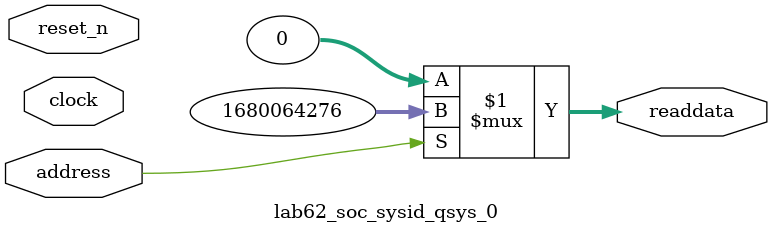
<source format=v>



// synthesis translate_off
`timescale 1ns / 1ps
// synthesis translate_on

// turn off superfluous verilog processor warnings 
// altera message_level Level1 
// altera message_off 10034 10035 10036 10037 10230 10240 10030 

module lab62_soc_sysid_qsys_0 (
               // inputs:
                address,
                clock,
                reset_n,

               // outputs:
                readdata
             )
;

  output  [ 31: 0] readdata;
  input            address;
  input            clock;
  input            reset_n;

  wire    [ 31: 0] readdata;
  //control_slave, which is an e_avalon_slave
  assign readdata = address ? 1680064276 : 0;

endmodule



</source>
